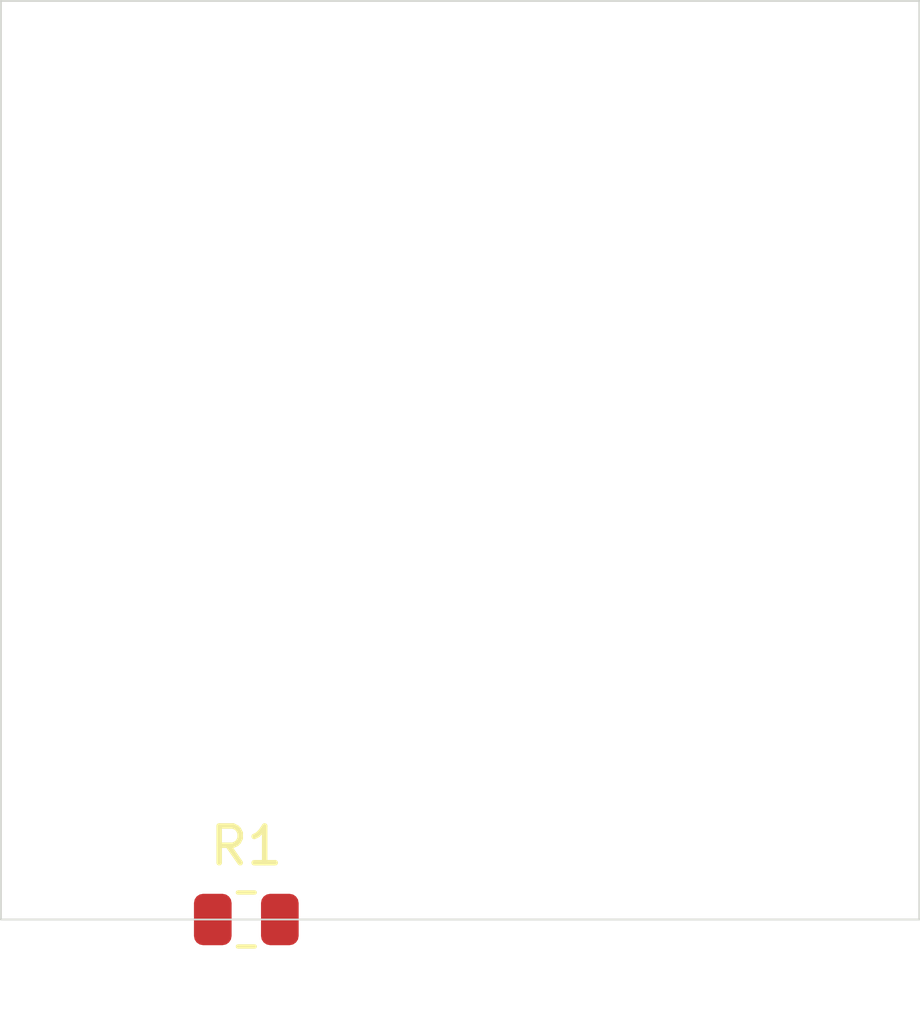
<source format=kicad_pcb>
(kicad_pcb (version 20241229) (generator "pcbnew") (generator_version "9.0")
  (layers (0 "F.Cu" signal) (2 "B.Cu" signal) (13 "F.Paste" user) (15 "B.Paste" user) (5 "F.SilkS" user "F.Silkscreen") (7 "B.SilkS" user "B.Silkscreen") (1 "F.Mask" user) (3 "B.Mask" user) (25 "Edge.Cuts" user))
  (net 0 "")
  (footprint "Resistor_SMD:R_0805_2012Metric" (layer "F.Cu") (at 6.68 25.0)
    (property "Reference" "R1" (at 0 -2 0) (layer "F.SilkS") (effects (font (size 1.0 1.0))))
    (property "Value" "10k")
    (fp_line (start -0.227064 -0.735) (end 0.227064 -0.735) (stroke (width 0.12)) (layer "F.SilkS"))
    (fp_line (start -0.227064 0.735) (end 0.227064 0.735) (stroke (width 0.12)) (layer "F.SilkS"))
    (pad "1" smd roundrect (at -0.9125 0.0) (size 1.025 1.4) (layers "F.Cu" "F.Mask" "F.Paste") (roundrect_rratio 0.243902))
    (pad "2" smd roundrect (at 0.9125 0.0) (size 1.025 1.4) (layers "F.Cu" "F.Mask" "F.Paste") (roundrect_rratio 0.243902))
  )
  (gr_rect (start 0 0) (end 25.0 25.0) (stroke (width 0.05)) (fill no) (layer "Edge.Cuts"))
)
</source>
